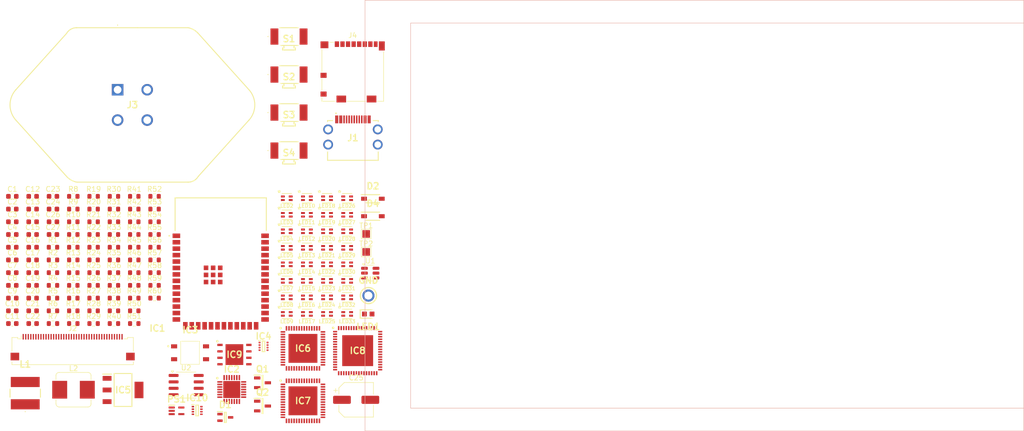
<source format=kicad_pcb>
(kicad_pcb (version 20241229) (generator "pcbnew") (generator_version "9.0")
  (layers (0 "F.Cu" signal) (2 "B.Cu" signal) (13 "F.Paste" user) (15 "B.Paste" user) (5 "F.SilkS" user "F.Silkscreen") (7 "B.SilkS" user "B.Silkscreen") (1 "F.Mask" user) (3 "B.Mask" user) (25 "Edge.Cuts" user))
  (net 0 "")
  (net 1 "GND")
  (net 2 "/CHIP_PU")
  (net 3 "+3.3V")
  (net 4 "VBUS")
  (net 5 "Net-(IC2-VBUS)")
  (net 6 "VCC")
  (net 7 "+5V")
  (net 8 "/SMPS_SW")
  (net 9 "/BTSB")
  (net 10 "VLED+")
  (net 11 "VLED-")
  (net 12 "+BATT")
  (net 13 "/CAN+")
  (net 14 "/CAN-")
  (net 15 "Net-(D2-A)")
  (net 16 "/PWM0")
  (net 17 "Net-(D4-A)")
  (net 18 "/BTN1")
  (net 19 "/U0TXD")
  (net 20 "/CAN_TERM")
  (net 21 "/CAN_CTX")
  (net 22 "/BTN3")
  (net 23 "/DISP_CS")
  (net 25 "/LED_LAT")
  (net 26 "/SD_CMD")
  (net 27 "/SD_CD")
  (net 29 "/LED_GSCLK")
  (net 30 "/PD_N")
  (net 32 "/U0RXD")
  (net 33 "/SPI_DATA0")
  (net 34 "/SPI_DATA3")
  (net 35 "/SPI_DATA2")
  (net 36 "/CAN_RTX")
  (net 39 "/LED_SCLK")
  (net 40 "/INT_N")
  (net 41 "/LED_DATA")
  (net 43 "/GPIO0")
  (net 46 "/SPI_CLK")
  (net 47 "/BTN4")
  (net 48 "/SD_CS")
  (net 51 "/BTN2")
  (net 53 "/SPI_DATA1")
  (net 58 "/PROG_D+")
  (net 59 "/PROG_D-")
  (net 63 "Net-(IC2-RTS)")
  (net 67 "/RSTB")
  (net 75 "Net-(IC2-DTR)")
  (net 76 "Net-(IC3-Pad6)")
  (net 77 "/ST")
  (net 78 "Net-(IC4-PR1)")
  (net 79 "/A9G")
  (net 80 "/A1R")
  (net 81 "/A16B")
  (net 82 "/A15B")
  (net 83 "/A4B")
  (net 84 "/A14G")
  (net 85 "/A8R")
  (net 86 "/A4R")
  (net 88 "/A5G")
  (net 89 "/A4G")
  (net 91 "/A2G")
  (net 92 "/A15R")
  (net 93 "/A10B")
  (net 94 "/A3R")
  (net 95 "/A13R")
  (net 96 "/A9R")
  (net 97 "/A6R")
  (net 98 "/A14R")
  (net 99 "/A13G")
  (net 100 "/A10G")
  (net 101 "/A11R")
  (net 102 "/A11G")
  (net 103 "/A16G")
  (net 104 "/A7B")
  (net 105 "/A12G")
  (net 106 "/A6B")
  (net 107 "/A12B")
  (net 108 "/A6G")
  (net 109 "/A16R")
  (net 110 "/A1G")
  (net 111 "/A11B")
  (net 112 "/A8G")
  (net 113 "/A14B")
  (net 114 "/A12R")
  (net 115 "/A9B")
  (net 116 "/A1B")
  (net 117 "/Daisy Chain")
  (net 118 "/A15G")
  (net 120 "/A5R")
  (net 121 "/A5B")
  (net 122 "/A7G")
  (net 123 "/A3G")
  (net 124 "/A7R")
  (net 125 "/A10R")
  (net 126 "/A8B")
  (net 127 "/A13B")
  (net 128 "/A2R")
  (net 129 "/A3B")
  (net 130 "/A2B")
  (net 132 "/B13R")
  (net 134 "/B13G")
  (net 136 "Net-(IC8-G5)")
  (net 138 "Net-(IC8-G1)")
  (net 139 "Net-(IC8-B3)")
  (net 140 "Net-(IC8-SPIM_MOSI)")
  (net 141 "/X+")
  (net 142 "Net-(IC8-B6)")
  (net 143 "Net-(IC8-GPIO0{slash}IO2)")
  (net 144 "/X-")
  (net 145 "Net-(IC8-R2)")
  (net 146 "/NOR_CS")
  (net 147 "Net-(IC8-B2)")
  (net 148 "Net-(IC8-B1)")
  (net 149 "Net-(IC8-R6)")
  (net 150 "Net-(IC8-GPIO1{slash}IO3)")
  (net 151 "Net-(IC8-G2)")
  (net 153 "Net-(IC8-SPIM_IO2)")
  (net 154 "/VSYNC")
  (net 155 "/BACKLITE_PWM")
  (net 156 "Net-(IC8-B5)")
  (net 158 "/HSYNC")
  (net 159 "Net-(IC8-R3)")
  (net 160 "/PIXCLK")
  (net 161 "Net-(IC8-G3)")
  (net 162 "Net-(IC8-G0)")
  (net 163 "Net-(IC8-R5)")
  (net 164 "Net-(IC8-B4)")
  (net 165 "Net-(IC8-R1)")
  (net 167 "Net-(IC8-B7)")
  (net 168 "Net-(IC8-MISO)")
  (net 169 "Net-(IC8-R7)")
  (net 170 "Net-(IC8-R4)")
  (net 171 "/Y+")
  (net 172 "Net-(IC8-G7)")
  (net 173 "Net-(IC8-SPIM_SCLK)")
  (net 174 "/Y-")
  (net 175 "/DE")
  (net 176 "Net-(IC8-MOSI)")
  (net 177 "Net-(IC8-SCK)")
  (net 179 "Net-(IC8-SPIM_IO3)")
  (net 180 "Net-(IC8-G6)")
  (net 181 "Net-(IC8-G4)")
  (net 183 "Net-(IC8-B0)")
  (net 184 "Net-(IC8-SPIM_MISO)")
  (net 186 "Net-(IC8-R0)")
  (net 187 "/DISP")
  (net 188 "Net-(IC9-IO_3_{slash}_RESET#)")
  (net 189 "Net-(IC9-SI_{slash}_IO_0)")
  (net 190 "Net-(IC9-SCK)")
  (net 191 "Net-(IC9-W_P#_{slash}_IO_2)")
  (net 192 "Net-(IC9-SO{slash}IO_1)")
  (net 195 "/SMPS_FB")
  (net 196 "/PG")
  (net 198 "Net-(J1-CC2)")
  (net 199 "/USBM_D+")
  (net 200 "/USBM_D-")
  (net 202 "Net-(J1-CC1)")
  (net 203 "/R5")
  (net 204 "/B6")
  (net 205 "/R1")
  (net 206 "/G7")
  (net 207 "/G0")
  (net 209 "/G3")
  (net 210 "/B4")
  (net 211 "/B1")
  (net 212 "/R0")
  (net 214 "/R6")
  (net 215 "/R7")
  (net 216 "/B5")
  (net 217 "/B2")
  (net 218 "/B3")
  (net 219 "/R4")
  (net 221 "/G2")
  (net 222 "/B7")
  (net 223 "/B0")
  (net 224 "/G4")
  (net 225 "/G6")
  (net 226 "/G1")
  (net 227 "/R3")
  (net 228 "/G5")
  (net 229 "/R2")
  (net 230 "Net-(J4-DAT0)")
  (net 231 "Net-(J4-DAT1)")
  (net 232 "Net-(J4-CMD)")
  (net 233 "Net-(J4-DAT2)")
  (net 234 "Net-(J4-DAT3{slash}CD)")
  (net 235 "Net-(J4-CLK)")
  (net 236 "/PWR_LED")
  (net 253 "/B1B")
  (net 255 "/B1G")
  (net 256 "/B1R")
  (net 257 "/B2G")
  (net 258 "/B2B")
  (net 260 "/B2R")
  (net 261 "/B3G")
  (net 263 "/B3R")
  (net 264 "/B3B")
  (net 265 "/B4R")
  (net 266 "/B4B")
  (net 267 "/B4G")
  (net 270 "/B5B")
  (net 271 "/B5G")
  (net 272 "/B5R")
  (net 273 "/B6R")
  (net 274 "/B6B")
  (net 276 "/B6G")
  (net 277 "/B7B")
  (net 278 "/B7R")
  (net 280 "/B7G")
  (net 281 "/B8G")
  (net 283 "/B8B")
  (net 284 "/B8R")
  (net 286 "/B9B")
  (net 287 "/B9R")
  (net 288 "/B9G")
  (net 289 "/B10G")
  (net 291 "/B10B")
  (net 292 "/B10R")
  (net 293 "/B11B")
  (net 294 "/B11G")
  (net 296 "/B11R")
  (net 297 "/B12B")
  (net 298 "/B12R")
  (net 300 "/B12G")
  (net 301 "/B13B")
  (net 303 "/B14R")
  (net 305 "/B14G")
  (net 306 "/B14B")
  (net 307 "/B16R")
  (net 308 "/B15G")
  (net 310 "/B15B")
  (net 312 "/B16B")
  (net 313 "/B16G")
  (net 314 "Net-(Q1-B)")
  (net 315 "Net-(Q2-B)")
  (net 316 "Net-(R3-Pad1)")
  (net 317 "Net-(R4-Pad2)")
  (net 318 "Net-(U2-Rs)")
  (footprint "Resistor_SMD:R_0603_1608Metric" (layer "F.Cu") (at 102.96 111.79)
    (property "Reference" "R50")
    (property "Value" "33")
  )
  (footprint "Resistor_SMD:R_0603_1608Metric" (layer "F.Cu") (at 90.93 94.22)
    (property "Reference" "R10")
    (property "Value" "10k")
  )
  (footprint "SDM_MiscFootprint:PLCC4_CLMUD-FKC_CRW" (layer "F.Cu") (at 137.0327 89.5753)
    (property "Reference" "LED10")
    (property "Value" "CLMUD-FKC-CHJNPM569ABB845343" (hide yes))
  )
  (footprint "Resistor_SMD:R_0603_1608Metric" (layer "F.Cu") (at 94.94 106.77)
    (property "Reference" "R26")
    (property "Value" "33")
  )
  (footprint "SDM_MiscFootprint:PLCC4_CLMUD-FKC_CRW" (layer "F.Cu") (at 144.9763 109.1389)
    (property "Reference" "LED32")
    (property "Value" "CLMUD-FKC-CHJNPM569ABB845343" (hide yes))
  )
  (footprint "SDM_MiscFootprint:PLCC4_CLMUD-FKC_CRW" (layer "F.Cu") (at 144.9763 96.0965)
    (property "Reference" "LED28")
    (property "Value" "CLMUD-FKC-CHJNPM569ABB845343" (hide yes))
  )
  (footprint "SDM_MiscFootprint:LEDC1608X80N" (layer "F.Cu") (at 149.13 112.42)
    (property "Reference" "LED1")
    (property "Value" "150060RS75000" (hide yes))
  )
  (footprint "SDM_MiscFootprint:PLCC4_CLMUD-FKC_CRW" (layer "F.Cu") (at 137.0327 109.1389)
    (property "Reference" "LED16")
    (property "Value" "CLMUD-FKC-CHJNPM569ABB845343" (hide yes))
  )
  (footprint "Resistor_SMD:R_0603_1608Metric" (layer "F.Cu") (at 98.95 111.79)
    (property "Reference" "R39")
    (property "Value" "33")
  )
  (footprint "SDM_MiscFootprint:KSS321GLFS" (layer "F.Cu") (at 133.495 58.115)
    (property "Reference" "S1")
    (property "Value" "KSS321G_LFS" (hide yes))
  )
  (footprint "Resistor_SMD:R_0603_1608Metric" (layer "F.Cu") (at 94.94 104.26)
    (property "Reference" "R25")
    (property "Value" "33")
  )
  (footprint "SDM_MiscFootprint:PLCC4_CLMUD-FKC_CRW" (layer "F.Cu") (at 141.0045 92.8359)
    (property "Reference" "LED19")
    (property "Value" "CLMUD-FKC-CHJNPM569ABB845343" (hide yes))
  )
  (footprint "Resistor_SMD:R_0603_1608Metric" (layer "F.Cu") (at 94.94 91.71)
    (property "Reference" "R20")
    (property "Value" "33")
  )
  (footprint "SDM_MiscFootprint:PLCC4_CLMUD-FKC_CRW" (layer "F.Cu") (at 144.9763 89.5753)
    (property "Reference" "LED26")
    (property "Value" "CLMUD-FKC-CHJNPM569ABB845343" (hide yes))
  )
  (footprint "Capacitor_SMD:C_0603_1608Metric" (layer "F.Cu") (at 78.9 89.2)
    (property "Reference" "C1")
    (property "Value" "1uF")
  )
  (footprint "SDM_MiscFootprint:PLCC4_CLMUD-FKC_CRW" (layer "F.Cu") (at 141.0045 109.1389)
    (property "Reference" "LED24")
    (property "Value" "CLMUD-FKC-CHJNPM569ABB845343" (hide yes))
  )
  (footprint "Capacitor_SMD:C_0603_1608Metric" (layer "F.Cu") (at 78.9 104.26)
    (property "Reference" "C7")
    (property "Value" "1uF")
  )
  (footprint "Resistor_SMD:R_0603_1608Metric" (layer "F.Cu") (at 98.95 89.2)
    (property "Reference" "R30")
    (property "Value" "33")
  )
  (footprint "Connector_FFC-FPC:Omron_XF2M-4015-1A_1x40-1MP_P0.5mm_Horizontal" (layer "F.Cu") (at 90.8 118.96)
    (property "Reference" "J2")
    (property "Value" "Conn_01x40_Pin")
  )
  (footprint "TestPoint:TestPoint_Pad_1.5x1.5mm" (layer "F.Cu") (at 148.73 100.17)
    (property "Reference" "TP2")
    (property "Value" "SMPS")
  )
  (footprint "SDM_MiscFootprint:SOT96P237X111-3N" (layer "F.Cu") (at 128.275 125.99)
    (property "Reference" "Q1")
    (property "Value" "MMBT2222LT1G" (hide yes))
  )
  (footprint "SDM_MiscFootprint:PLCC4_CLMUD-FKC_CRW" (layer "F.Cu") (at 137.0327 99.3571)
    (property "Reference" "LED13")
    (property "Value" "CLMUD-FKC-CHJNPM569ABB845343" (hide yes))
  )
  (footprint "Capacitor_SMD:C_0603_1608Metric" (layer "F.Cu") (at 86.92 94.22)
    (property "Reference" "C26")
    (property "Value" "22uF")
  )
  (footprint "Resistor_SMD:R_0603_1608Metric" (layer "F.Cu") (at 106.97 89.2)
    (property "Reference" "R52")
    (property "Value" "33")
  )
  (footprint "Resistor_SMD:R_0603_1608Metric" (layer "F.Cu") (at 90.93 114.3)
    (property "Reference" "R18")
    (property "Value" "33")
  )
  (footprint "Resistor_SMD:R_0603_1608Metric" (layer "F.Cu") (at 102.96 99.24)
    (property "Reference" "R45")
    (property "Value" "33")
  )
  (footprint "Resistor_SMD:R_0603_1608Metric" (layer "F.Cu") (at 106.97 96.73)
    (property "Reference" "R55")
    (property "Value" "82k")
  )
  (footprint "Capacitor_SMD:C_0603_1608Metric" (layer "F.Cu") (at 82.91 96.73)
    (property "Reference" "C15")
    (property "Value" "100nF")
  )
  (footprint "Resistor_SMD:R_0603_1608Metric" (layer "F.Cu") (at 98.95 106.77)
    (property "Reference" "R37")
    (property "Value" "33")
  )
  (footprint "SDM_MiscFootprint:PLCC4_CLMUD-FKC_CRW" (layer "F.Cu") (at 141.0045 89.5753)
    (property "Reference" "LED18")
    (property "Value" "CLMUD-FKC-CHJNPM569ABB845343" (hide yes))
  )
  (footprint "Resistor_SMD:R_0603_1608Metric" (layer "F.Cu") (at 90.93 96.73)
    (property "Reference" "R11")
    (property "Value" "10k")
  )
  (footprint "Resistor_SMD:R_0603_1608Metric" (layer "F.Cu") (at 98.95 99.24)
    (property "Reference" "R34")
    (property "Value" "5.05")
  )
  (footprint "SDM_MiscFootprint:KSS321GLFS" (layer "F.Cu") (at 133.495 73.115)
    (property "Reference" "S3")
    (property "Value" "KSS321G_LFS" (hide yes))
  )
  (footprint "Capacitor_SMD:C_0603_1608Metric" (layer "F.Cu") (at 82.91 114.3)
    (property "Reference" "C22")
    (property "Value" "100nF")
  )
  (footprint "SDM_MiscFootprint:PLCC4_CLMUD-FKC_CRW" (layer "F.Cu") (at 133.0609 89.5753)
    (property "Reference" "LED2")
    (property "Value" "CLMUD-FKC-CHJNPM569ABB845343" (hide yes))
  )
  (footprint "Capacitor_SMD:C_0603_1608Metric" (layer "F.Cu") (at 78.9 106.77)
    (property "Reference" "C8")
    (property "Value" "1uF")
  )
  (footprint "SDM_MiscFootprint:SOT230P700X180-4N" (layer "F.Cu") (at 100.745 127.41)
    (property "Reference" "IC5")
    (property "Value" "MIC37100-3.3WS" (hide yes))
  )
  (footprint "Resistor_SMD:R_0603_1608Metric" (layer "F.Cu") (at 98.95 114.3)
    (property "Reference" "R40")
    (property "Value" "33")
  )
  (footprint "SDM_MiscFootprint:PLCC4_CLMUD-FKC_CRW" (layer "F.Cu") (at 141.0045 102.6177)
    (property "Reference" "LED22")
    (property "Value" "CLMUD-FKC-CHJNPM569ABB845343" (hide yes))
  )
  (footprint "Resistor_SMD:R_0603_1608Metric" (layer "F.Cu") (at 90.93 91.71)
    (property "Reference" "R9")
    (property "Value" "1k")
  )
  (footprint "SDM_MiscFootprint:SOT96P237X111-3N" (layer "F.Cu") (at 128.275 130.58)
    (property "Reference" "Q2")
    (property "Value" "MMBT2222LT1G" (hide yes))
  )
  (footprint "Resistor_SMD:R_0603_1608Metric" (layer "F.Cu") (at 90.93 106.77)
    (property "Reference" "R15")
    (property "Value" "10k")
  )
  (footprint "SDM_MiscFootprint:PLCC4_CLMUD-FKC_CRW" (layer "F.Cu") (at 137.0327 112.3995)
    (property "Reference" "LED17")
    (property "Value" "CLMUD-FKC-CHJNPM569ABB845343" (hide yes))
  )
  (footprint "Capacitor_SMD:C_0603_1608Metric" (layer "F.Cu") (at 86.92 91.71)
    (property "Reference" "C24")
    (property "Value" "22uF")
  )
  (footprint "Capacitor_SMD:C_0603_1608Metric" (layer "F.Cu") (at 82.91 91.71)
    (property "Reference" "C13")
    (property "Value" "100nF")
  )
  (footprint "Resistor_SMD:R_0603_1608Metric" (layer "F.Cu") (at 106.97 94.22)
    (property "Reference" "R54")
    (property "Value" "10k")
  )
  (footprint "Capacitor_SMD:C_0603_1608Metric" (layer "F.Cu") (at 82.91 94.22)
    (property "Reference" "C14")
    (property "Value" "10uF")
  )
  (footprint "Resistor_SMD:R_0603_1608Metric" (layer "F.Cu") (at 86.92 104.26)
    (property "Reference" "R3")
    (property "Value" "27")
  )
  (footprint "SDM_MiscFootprint:PLCC4_CLMUD-FKC_CRW" (layer "F.Cu") (at 137.0327 105.8783)
    (property "Reference" "LED15")
    (property "Value" "CLMUD-FKC-CHJNPM569ABB845343" (hide yes))
  )
  (footprint "Capacitor_SMD:C_0603_1608Metric" (layer "F.Cu") (at 78.9 96.73)
    (property "Reference" "C4")
    (property "Value" "1uF")
  )
  (footprint "SDM_MiscFootprint:PLCC4_CLMUD-FKC_CRW" (layer "F.Cu") (at 141.0045 96.0965)
    (property "Reference" "LED20")
    (property "Value" "CLMUD-FKC-CHJNPM569ABB845343" (hide yes))
  )
  (footprint "SDM_MiscFootprint:PLCC4_CLMUD-FKC_CRW" (layer "F.Cu") (at 133.0609 105.8783)
    (property "Reference" "LED7")
    (property "Value" "CLMUD-FKC-CHJNPM569ABB845343" (hide yes))
  )
  (footprint "SDM_MiscFootprint:PLCC4_CLMUD-FKC_CRW" (layer "F.Cu") (at 144.9763 99.3571)
    (property "Reference" "LED29")
    (property "Value" "CLMUD-FKC-CHJNPM569ABB845343" (hide yes))
  )
  (footprint "Capacitor_SMD:C_0603_1608Metric" (layer "F.Cu") (at 82.91 106.77)
    (property "Reference" "C19")
    (property "Value" "1uF")
  )
  (footprint "Resistor_SMD:R_0603_1608Metric" (layer "F.Cu") (at 106.97 106.77)
    (property "Reference" "R59")
    (property "Value" "10k")
  )
  (footprint "Resistor_SMD:R_0603_1608Metric" (layer "F.Cu") (at 98.95 96.73)
    (property "Reference" "R33")
    (property "Value" "33")
  )
  (footprint "SDM_MiscFootprint:USB4730GFA" (layer "F.Cu") (at 146.115 78.048)
    (property "Reference" "J1")
    (property "Value" "USB4730-GF-A" (hide yes))
  )
  (footprint "Capacitor_SMD:C_0603_1608Metric" (layer "F.Cu") (at 78.9 94.22)
    (property "Reference" "C3")
    (property "Value" "100nF")
  )
  (footprint "Resistor_SMD:R_0603_1608Metric" (layer "F.Cu") (at 86.92 114.3)
    (property "Reference" "R7")
    (property "Value" "10k")
  )
  (footprint "Capacitor_SMD:C_0603_1608Metric" (layer "F.Cu") (at 78.9 109.28)
    (property "Reference" "C9")
    (property "Value" "1uF")
  )
  (footprint "SDM_MiscFootprint:QFN50P900X900X90-65N-D" (layer "F.Cu") (at 147.05 119.65)
    (property "Reference" "IC8")
    (property "Value" "BT818Q-T" (hide yes))
  )
  (footprint "SDM_MiscFootprint:PLCC4_CLMUD-FKC_CRW" (layer "F.Cu") (at 144.9763 112.3995)
    (property "Reference" "LED33")
    (property "Value" "CLMUD-FKC-CHJNPM569ABB845343" (hide yes))
  )
  (footprint "SDM_MiscFootprint:SOD3716X135N" (layer "F.Cu") (at 150.055 93.12)
    (property "Reference" "D4")
    (property "Value" "MBR0540T1G" (hide yes))
  )
  (footprint "Resistor_SMD:R_0603_1608Metric" (layer "F.Cu") (at 102.96 91.71)
    (property "Reference" "R42")
    (property "Value" "33")
  )
  (footprint "Capacitor_SMD:C_0603_1608Metric" (layer "F.Cu") (at 86.92 96.73)
    (property "Reference" "C27")
    (property "Value" "1uF")
  )
  (footprint "SDM_MiscFootprint:SOTFL50P160X60-8N" (layer "F.Cu") (at 115.375 131.45)
    (property "Reference" "IC10")
    (property "Value" "TPS563211DRLR" (hide yes))
  )
  (footprint "Connector_Card:microSD_HC_Molex_104031-0811" (layer "F.Cu") (at 146.06 64.615)
    (property "Reference" "J4")
    (property "Value" "Molex_1040310811")
  )
  (footprint "Capacitor_SMD:C_0603_1608Metric" (layer "F.Cu") (at 78.9 99.24)
    (property "Reference" "C5")
    (property "Value" "4.7uF")
  )
  (footprint "Resistor_SMD:R_0603_1608Metric" (layer "F.Cu") (at 90.93 111.79)
    (property "Reference" "R17")
    (property "Value" "33")
  )
  (footprint "Resistor_SMD:R_0603_1608Metric" (layer "F.Cu") (at 86.92 106.77)
    (property "Reference" "R4")
    (property "Value" "27")
  )
  (footprint "Resistor_SMD:R_0603_1608Metric" (layer "F.Cu") (at 86.92 101.75)
    (property "Reference" "R2")
    (property "Value" "5.1k")
  )
  (footprint "SDM_MiscFootprint:PLCC4_CLMUD-FKC_CRW" (layer "F.Cu") (at 133.0609 102.6177)
    (property "Reference" "LED6")
    (property "Value" "CLMUD-FKC-CHJNPM569ABB845343" (hide yes))
  )
  (footprint "Resistor_SMD:R_0603_1608Metric" (layer "F.Cu") (at 98.95 91.71)
    (property "Reference" "R31")
    (property "Value" "10k")
  )
  (footprint "Resistor_SMD:R_0603_1608Metric" (layer "F.Cu") (at 90.93 101.75)
    (property "Reference" "R13")
    (property "Value" "10k")
  )
  (footprint "Resistor_SMD:R_0603_1608Metric" (layer "F.Cu") (at 94.94 109.28)
    (property "Reference" "R27")
    (property "Value" "33")
  )
  (footprint "Capacitor_SMD:C_0603_1608Metric" (layer "F.Cu") (at 78.9 114.3)
    (property "Reference" "C11")
    (property "Value" "100nF")
  )
  (footprint "Capacitor_SMD:C_0603_1608Metric" (layer "F.Cu") (at 78.9 101.75)
    (property "Reference" "C6")
    (property "Value" "100nF")
  )
  (footprint "Resistor_SMD:R_0603_1608Metric" (layer "F.Cu") (at 86.92 109.28)
    (property "Reference" "R5")
    (property "Value" "22.1K")
  )
  (footprint "SDM_MiscFootprint:PLCC4_CLMUD-FKC_CRW" (layer "F.Cu") (at 144.9763 105.8783)
    (property "Reference" "LED31")
    (property "Value" "CLMUD-FKC-CHJNPM569ABB845343" (hide yes))
  )
  (footprint "SDM_MiscFootprint:PLCC4_CLMUD-FKC_CRW" (layer "F.Cu") (at 133.0609 96.0965)
    (property "Reference" "LED4")
    (property "Value" "CLMUD-FKC-CHJNPM569ABB845343" (hide yes))
  )
  (footprint "SDM_MiscFootprint:PLCC4_CLMUD-FKC_CRW" (layer "F.Cu") (at 133.0609 92.8359)
    (property "Reference" "LED3")
    (property "Value" "CLMUD-FKC-CHJNPM569ABB845343" (hide yes))
  )
  (footprint "SDM_MiscFootprint:SOD3716X135N" (layer "F.Cu") (at 150.055 89.67)
    (property "Reference" "D2")
    (property "Value" "MBR0540T1G" (hide yes))
  )
  (footprint "Capacitor_SMD:C_0603_1608Metric" (layer "F.Cu") (at 78.9 91.71)
    (property "Reference" "C2")
    (property "Value" "10uF")
  )
  (footprint "Resistor_SMD:R_0603_1608Metric" (layer "F.Cu") (at 94.94 96.73)
    (property "Reference" "R22")
    (property "Value" "33")
  )
  (footprint "Capacitor_SMD:C_0603_1608Metric" (layer "F.Cu") (at 78.9 111.79)
    (property "Reference" "C10")
    (property "Value" "100nF")
  )
  (footprint "Package_TO_SOT_SMD:SOT-23-6" (layer "F.Cu") (at 149.53 104.345)
    (property "Reference" "U1")
    (property "Value" "USBLC6-2SC6")
  )
  (footprint "Resistor_SMD:R_0603_1608Metric" (layer "F.Cu") (at 102.96 96.73)
    (property "Reference" "R44")
    (property "Value" "33")
  )
  (footprint "SDM_MiscFootprint:SOT65P210X110-5N" (layer "F.Cu") (at 111.3 131.525)
    (property "Reference" "PS1")
    (property "Value" "TPS61169DCKR" (hide yes))
  )
  (footprint "SDM:QFN50P800X800X100-57N-D" (layer "F.Cu") (at 136.25 119.2)
    (property "Reference" "IC6")
    (property "Value" "TLC5955RTQT" (hide yes))
  )
  (footprint "SDM_MiscFootprint:TLP266J" (layer "F.Cu") (at 114.025 120.07)
    (property "Reference" "IC3")
    (property "Value" "TLP175A_TPL,E" (hide yes))
  )
  (footprint "Resistor_SMD:R_0603_1608Metric" (layer "F.Cu") (at 90.93 104.26)
    (property "Reference" "R14")
    (property "Value" "68")
  )
  (footprint "SDM_MiscFootprint:5006" (layer "F.Cu") (at 149.172 108.782)
    (property "Reference" "BLACK_TP1" (hide yes))
    (property "Value" "5006" (hide yes))
  )
  (footprint "Capacitor_SMD:C_0603_1608Metric" (layer "F.Cu") (at 82.91 101.75)
    (property "Reference" "C17")
    (property "Value" "100nF")
  )
  (footprint "Resistor_SMD:R_0603_1608Metric" (layer "F.Cu") (at 94.94 101.75)
    (property "Reference" "R24")
    (property "Value" "33")
  )
  (footprint "Resistor_SMD:R_0603_1608Metric" (layer "F.Cu") (at 90.93 99.24)
    (property "Reference" "R12")
    (property "Value" "120")
  )
  (footprint "Resistor_SMD:R_0603_1608Metric" (layer "F.Cu") (at 94.94 99.24)
    (property "Reference" "R23")
    (property "Value" "33")
  )
  (footprint "SDM_MiscFootprint:BWVS006060454R7ML1" (layer "F.Cu") (at 81.445 128.035)
    (property "Reference" "L1")
    (property "Value" "4.7uH" (hide yes))
  )
  (footprint "SDM_MiscFootprint:PLCC4_CLMUD-FKC_CRW" (layer "F.Cu") (at 137.0327 92.8359)
    (property "Reference" "LED11")
    (property "Value" "CLMUD-FKC-CHJNPM569ABB845343" (hide yes))
  )
  (footprint "Capacitor_SMD:C_0603_1608Metric" (layer "F.Cu") (at 82.91 104.26)
    (property "Reference" "C18")
    (property "Value" "100nF")
  )
  (footprint "Resistor_SMD:R_0603_1608Metric" (layer "F.Cu") (at 98.95 94.22)
    (property "Reference" "R32")
    (property "Value" "33")
  )
  (footprint "SDM_MiscFootprint:PLCC4_CLMUD-FKC_CRW" (layer "F.Cu") (at 144.9763 102.6177)
    (property "Reference" "LED30")
    (property "Value" "CLMUD-FKC-CHJNPM569ABB845343" (hide yes))
  )
  (footprint "Capacitor_SMD:C_0603_1608Metric" (layer "F.Cu") (at 82.91 89.2)
    (property "Reference" "C12")
    (property "Value" "10uF")
  )
  (footprint "SDM_MiscFootprint:194280011" (layer "F.Cu") (at 99.677 68.16)
    (property "Reference" "J3")
    (property "Value" "19428-0011" (hide yes))
  )
  (footprint "Resistor_SMD:R_0603_1608Metric" (layer "F.Cu") (at 90.93 109.28)
    (property "Reference" "R16")
    (property "Value" "5.1k")
  )
  (footprint "SDM_MiscFootprint:PLCC4_CLMUD-FKC_CRW" (layer "F.Cu") (at 141.0045 112.3995)
    (property "Reference" "LED25")
    (property "Value" "CLMUD-FKC-CHJNPM569ABB845343" (hide yes))
  )
  (footprint "Resistor_SMD:R_0603_1608Metric" (layer "F.Cu") (at 86.92 111.79)
    (property "Reference" "R6")
    (property "Value" "47.5K")
  )
  (footprint "SDM_MiscFootprint:PLCC4_CLMUD-FKC_CRW" (layer "F.Cu") (at 141.0045 105.8783)
    (property "Reference" "LED23")
    (property "Value" "CLMUD-FKC-CHJNPM569ABB845343" (hide yes))
  )
  (footprint "Resistor_SMD:R_0603_1608Metric" (layer "F.Cu") (at 102.96 114.3)
    (property "Reference" "R51")
    (property "Value" "47K")
  )
  (footprint "SDM_MiscFootprint:QFN50P500X500X80-29N-D" (layer "F.Cu") (at 122.2 127.32)
    (property "Reference" "IC2")
    (property "Value" "CP2102N-A02-GQFN28" (hide yes))
  )
  (footprint "Resistor_SMD:R_0603_1608Metric" (layer "F.Cu") (at 106.97 91.71)
    (property "Reference" "R53")
    (property "Value" "33")
  )
  (footprint "SDM_MiscFootprint:PLCC4_CLMUD-FKC_CRW" (layer "F.Cu") (at 141.0045 99.3571)
    (property "Reference" "LED21")
    (property "Value" "CLMUD-FKC-CHJNPM569ABB845343" (hide yes))
  )
  (footprint "SDM_MiscFootprint:PLCC4_CLMUD-FKC_CRW" (layer "F.Cu") (at 133.0609 109.1389)
    (property "Reference" "LED8")
    (property "Value" "CLMUD-FKC-CHJNPM569ABB845343" (hide yes))
  )
  (footprint "Resistor_SMD:R_0603_1608Metric" (layer "F.Cu") (at 102.96 109.28)
    (property "Reference" "R49")
    (property "Value" "33")
  )
  (footprint "TestPoint:TestPoint_Pad_1.5x1.5mm" (layer "F.Cu") (at 148.73 96.62)
    (property "Reference" "TP1")
    (property "Value" "ST_5V")
  )
  (footprint "Resistor_SMD:R_0603_1608Metric" (layer "F.Cu") (at 102.96 104.26)
    (property "Reference" "R47")
    (property "Value" "33")
  )
  (footprint "Capacitor_SMD:C_0603_1608Metric" (layer "F.Cu") (at 86.92 89.2)
    (property "Reference" "C23")
    (property "Value" "22uF")
  )
  (footprint "Inductor_SMD:L_Bourns_SRP7028A_7.3x6.6mm" (layer "F.Cu") (at 90.97 127.36)
    (property "Reference" "L2")
    (property "Value" "4.7uH")
  )
  (footprint "SDM_MiscFootprint:PLCC4_CLMUD-FKC_CRW" (layer "F.Cu") (at 137.0327 102.6177)
    (property "Reference" "LED14")
    (property "Value" "CLMUD-FKC-CHJNPM569ABB845343" (hide yes))
  )
  (footprint "Capacitor_SMD:C_0603_1608Metric" (layer "F.Cu") (at 82.91 109.28)
    (property "Reference" "C20")
    (property "Value" "1uF")
  )
  (footprint "SDM_MiscFootprint:PLCC4_CLMUD-FKC_CRW" (layer "F.Cu") (at 144.9763 92.8359)
    (property "Reference" "LED27")
    (property "Value" "CLMUD-FKC-CHJNPM569ABB845343" (hide yes))
  )
  (footprint "Resistor_SMD:R_0603_1608Metric" (layer "F.Cu") (at 94.94 111.79)
    (property "Reference" "R28")
    (property "Value" "33")
  )
  (footprint "SDM_MiscFootprint:SON127P600X500X80-9N-D" (layer "F.Cu") (at 122.725 120.425)
    (property "Reference" "IC9")
    (property "Value" "S25FL256LAGNFB010" (hide yes))
  )
  (footprint "Resistor_SMD:R_0603_1608Metric" (layer "F.Cu") (at 106.97 109.28)
    (property "Reference" "R60")
    (property "Value" "10k")
  )
  (footprint "Capacitor_SMD:CP_Elec_6.3x5.9" (layer "F.Cu") (at 146.75 129.35)
    (property "Reference" "C25")
    (property "Value" "47uF")
  )
  (footprint "Resistor_SMD:R_0603_1608Metric" (layer "F.Cu") (at 98.95 109.28)
    (property "Reference" "R38")
    (property "Value" "33")
  )
  (footprint "Resistor_SMD:R_0603_1608Metric" (layer "F.Cu") (at 94.94 114.3)
    (property "Reference" "R29")
    (property "Value" "33")
  )
  (footprint "SDM_MiscFootprint:PLCC4_CLMUD-FKC_CRW" (layer "F.Cu") (at 137.0327 96.0965)
    (property "Reference" "LED12")
    (property "Value" "CLMUD-FKC-CHJNPM569ABB845343" (hide yes))
  )
  (footprint "Resistor_SMD:R_0603_1608Metric" (layer "F.Cu") (at 106.97 101.75)
    (property "Reference" "R57")
    (property "Value" "10k")
  )
  (footprint "Resistor_SMD:R_0603_1608Metric" (layer "F.Cu") (at 94.94 89.2)
    (property "Reference" "R19")
    (property "Value" "33")
  )
  (footprint "Resistor_SMD:R_0603_1608Metric" (layer "F.Cu") (at 90.93 89.2)
    (property "Reference" "R8")
    (property "Value" "10k")
  )
  (footprint "SDM_MiscFootprint:KSS321GLFS" (layer "F.Cu") (at 133.495 65.615)
    (property "Reference" "S2")
    (property "Value" "KSS321G_LFS" (hide yes))
  )
  (footprint "Resistor_SMD:R_0603_1608Metric" (layer "F.Cu") (at 98.95 101.75)
    (property "Reference" "R35")
    (property "Value" "33")
  )
  (footprint "Resistor_SMD:R_0603_1608Metric" (layer "F.Cu") (at 106.97 99.24)
    (property "Reference" "R56")
    (property "Value" "11k")
  )
  (footprint "Resistor_SMD:R_0603_1608Metric" (layer "F.Cu") (at 102.96 101.75)
    (property "Reference" "R46")
    (property "Value" "33")
  )
  (footprint "SDM_MiscFootprint:ESP32S3WROOM1N8R8" (layer "F.Cu") (at 120.025 102.245)
    (property "Reference" "IC1")
    (property "Value" "ESP32-S3-WROOM-1-N8R8" (hide yes))
  )
  (footprint "Resistor_SMD:R_0603_1608Metric" (layer "F.Cu") (at 94.94 94.22)
    (property "Reference" "R21")
    (property "Value" "33")
  )
  (footprint "SDM_MiscFootprint:KSS321GLFS" (layer "F.Cu") (at 133.495 80.615)
    (property "Reference" "S4")
    (property "Value" "KSS321G_LFS" (hide yes))
  )
  (footprint "Resistor_SMD:R_0603_1608Metric" (layer "F.Cu") (at 102.96 106.77)
    (property "Reference" "R48")
    (property "Value" "33")
  )
  (footprint "SDM:QFN50P800X800X100-57N-D" (layer "F.Cu") (at 136.25 129.55)
    (property "Reference" "IC7")
    (property "Value" "TLC5955RTQT" (hide yes))
  )
  (footprint "SDM_MiscFootprint:SOTFL50P160X60-8L" (layer "F.Cu") (at 128.475 118.795)
    (property "Reference" "IC4")
    (property "Value" "TPS2116DRLR" (hide yes))
  )
  (footprint "Resistor_SMD:R_0603_1608Metric" (layer "F.Cu") (at 106.97 104.26)
    (property "Reference" "R58")
    (property "Value" "10k")
  )
  (footprint "Capacitor_SMD:C_0603_1608Metric" (layer "F.Cu") (at 82.91 111.79)
    (property "Reference" "C21")
    (property "Value" "1uF")
  )
  (footprint "Package_SO:SOIC-8_3.9x4.9mm_P1.27mm" (layer "F.Cu") (at 113.2 126.45)
    (property "Reference" "U2")
    (property "Value" "SN65HVD230")
  )
  (footprint "Resistor_SMD:R_0603_1608Metric" (layer "F.Cu") (at 102.96 94.22)
    (property "Reference" "R43")
    (property "Value" "33")
  )
  (footprint "Resistor_SMD:R_0603_1608Metric" (layer "F.Cu") (at 102.96 89.2)
    (property "Reference" "R41")
    (property "Value" "33")
  )
  (footprint "Resistor_SMD:R_0603_1608Metric" (layer "F.Cu") (at 98.95 104.26)
    (property "Reference" "R36")
    (property "Value" "33")
  )
  (footprint "Capacitor_SMD:C_0603_1608Metric" (layer "F.Cu") (at 82.91 99.24)
    (property "Reference" "C16")
    (property "Value" "100nF")
  )
  (footprint "SDM_MiscFootprint:PLCC4_CLMUD-FKC_CRW" (layer "F.Cu") (at 133.0609 112.3995)
    (property "Reference" "LED9")
    (property "Value" "CLMUD-FKC-CHJNPM569ABB845343" (hide yes))
  )
  (footprint "Resistor_SMD:R_0603_1608Metric" (layer "F.Cu") (at 86.92 99.24)
    (property "Reference" "R1")
    (property "Value" "10k")
  )
  (footprint "SDM_MiscFootprint:SOT65P210X110-3N" (layer "F.Cu") (at 120.925 132.82)
    (property "Reference" "D1")
    (property "Value" "ESDCAN03-2BWY" (hide yes))
  )
  (footprint "SDM_MiscFootprint:PLCC4_CLMUD-FKC_CRW" (layer "F.Cu") (at 133.0609 99.3571)
    (property "Reference" "LED5")
    (property "Value" "CLMUD-FKC-CHJNPM569ABB845343" (hide yes))
  )
  (gr_rect (start 148.5 50.5) (end 278.5 135.5) (stroke (width 0.1)) (fill no) (layer "B.SilkS"))
  (gr_rect (start 157.5 55) (end 278.5 131) (stroke (width 0.1)) (fill no) (layer "B.SilkS"))
)
</source>
